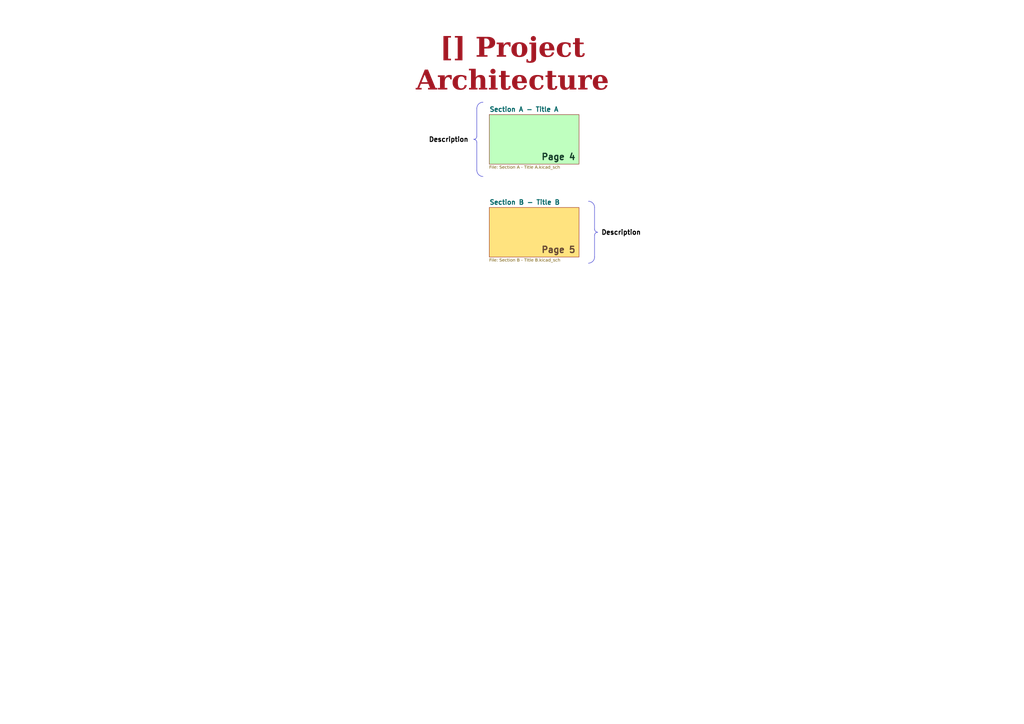
<source format=kicad_sch>
(kicad_sch (version 20230121) (generator eeschema)
  (paper "A3")
  (title_block (title "Project Architecture") (date "Last Modified Date") (rev "${REVISION}") (company "${COMPANY}"))
  (lib_symbols)
  (polyline (pts (xy 195.58 58.42) (xy 195.58 69.85)))
  (polyline (pts (xy 195.58 55.88) (xy 195.58 44.45)))
  (polyline (pts (xy 243.84 85.09) (xy 243.84 93.98)))
  (polyline (pts (xy 243.84 96.52) (xy 243.84 105.41)))
  (arc (start 243.86 96.5) (mid 244.2349 95.6049) (end 245.13 95.23))
  (arc (start 195.58 55.88) (mid 195.2051 56.7751) (end 194.31 57.15))
  (arc (start 241.32 82.53) (mid 243.1102 83.2798) (end 243.86 85.07))
  (arc (start 194.31 57.15) (mid 195.2051 57.5249) (end 195.58 58.42))
  (arc (start 243.86 105.39) (mid 243.1161 107.1861) (end 241.32 107.93))
  (arc (start 245.13 95.23) (mid 244.2349 94.8551) (end 243.86 93.96))
  (arc (start 195.58 44.45) (mid 196.3239 42.6539) (end 198.12 41.91))
  (arc (start 198.12 72.39) (mid 196.3298 71.6402) (end 195.58 69.85))
  (text_box "Description" (at 176.53 54.61 0) (size 17.145 5.08) (stroke (width -0.0001)) (effects (font (size 1.905 1.905) (thickness 0.381) bold) (justify right top)))
  (text_box "[${#}] ${TITLE}" (at 144.78 20.32 0) (size 130.81 12.7) (stroke (width -0.0001)) (effects (font (size 8 8) (thickness 1.2) bold)))
  (text_box "Description" (at 245.11 92.71 0) (size 26.015 5.1) (stroke (width -0.0001)) (effects (font (size 1.905 1.905) (thickness 0.381) bold) (justify left top)))
  (text "Page 4" (at 236.22 66.04 0) (effects (font (size 2.54 2.54) bold) (justify right bottom)))
  (text "Page 5" (at 236.22 104.14 0) (effects (font (size 2.54 2.54) bold) (justify right bottom)))
  (sheet (at 200.66 46.99) (size 36.83 20.32) (stroke (width 0.1524)) (fill (color 128 255 128 0.5000))
    (property "Sheetname" "Section A - Title A" (at 200.66 45.9609 0) (effects (font (size 1.905 1.905) bold) (justify left bottom)))
    (property "Sheetfile" "Section A - Title A.kicad_sch" (at 200.66 67.8946 0) (effects (justify left top)))
  )
  (sheet (at 200.66 85.09) (size 36.83 20.32) (stroke (width 0.1524)) (fill (color 255 200 0 0.5020))
    (property "Sheetname" "Section B - Title B" (at 200.66 84.0609 0) (effects (font (size 1.905 1.905) bold) (justify left bottom)))
    (property "Sheetfile" "Section B - TItle B.kicad_sch" (at 200.66 105.9946 0) (effects (justify left top)))
  )
)
</source>
